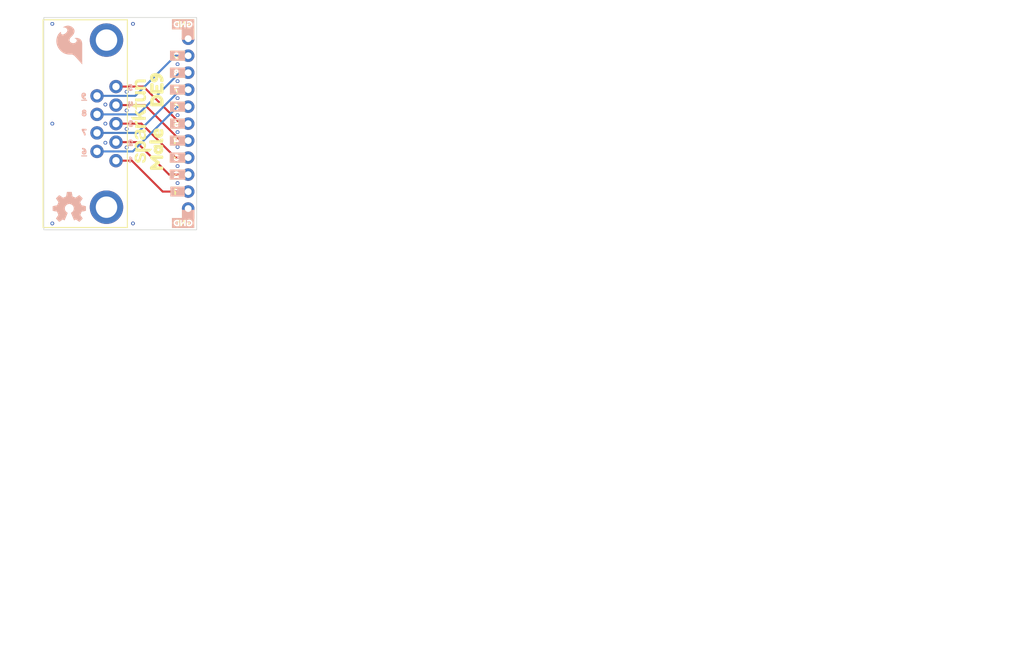
<source format=kicad_pcb>
(kicad_pcb (version 20241229) (generator "pcbnew") (generator_version "9.0")
  (title_block (title "SparkFun Product (Qwiic)") (rev "v10") (company "SparkFun") (comment 1 "Designed by: You"))
  (layers (0 "F.Cu" signal) (2 "B.Cu" signal) (13 "F.Paste" user) (15 "B.Paste" user) (5 "F.SilkS" user "F.Silkscreen") (7 "B.SilkS" user "B.Silkscreen") (1 "F.Mask" user) (3 "B.Mask" user) (25 "Edge.Cuts" user))
  (net 0 "")
  (net 1 "/2")
  (net 2 "/4")
  (net 3 "/1")
  (net 4 "/5")
  (net 5 "/6")
  (net 6 "/8")
  (net 7 "/3")
  (net 8 "/9")
  (net 9 "/7")
  (net 10 "GND")
  (footprint "kibuzzard-67DB37C8" (layer "F.Cu") (at 132.3975 112.395 90)
    (property "Reference" "kibuzzard-67DB37C8" (hide yes))
    (property "Value" "G***" (hide yes))
  )
  (footprint "SparkFun-Aesthetic:Creative_Commons_License" (layer "F.Cu") (at 215.265 168.91)
    (property "Reference" "G3" (hide yes))
    (property "Value" "OSHW_Logo" (hide yes))
  )
  (footprint "DE9-Footprint:DE9" (layer "F.Cu") (at 126.365 108.585 90)
    (property "Reference" "J5" (hide yes))
    (property "Value" "DE9-Male")
    (pad "1" thru_hole circle (at -5.539999 0 90) (size 2 2) (drill 1.09) (layers "*.Cu" "*.Mask") (net 3 "/1"))
    (pad "2" thru_hole circle (at -2.77 0 90) (size 2 2) (drill 1.09) (layers "*.Cu" "*.Mask") (net 1 "/2"))
    (pad "3" thru_hole circle (at 0 0 180) (size 2 2) (drill 1.09) (layers "*.Cu" "*.Mask") (net 7 "/3"))
    (pad "4" thru_hole circle (at 2.77 0 90) (size 2 2) (drill 1.09) (layers "*.Cu" "*.Mask") (net 2 "/4"))
    (pad "5" thru_hole circle (at 5.539999 0 180) (size 2 2) (drill 1.09) (layers "*.Cu" "*.Mask") (net 4 "/5"))
    (pad "6" thru_hole circle (at -4.154998 -2.839999 90) (size 2 2) (drill 1.09) (layers "*.Cu" "*.Mask") (net 5 "/6"))
    (pad "7" thru_hole circle (at -1.384998 -2.839999 90) (size 2 2) (drill 1.09) (layers "*.Cu" "*.Mask") (net 9 "/7"))
    (pad "8" thru_hole circle (at 1.385001 -2.839999 90) (size 2 2) (drill 1.09) (layers "*.Cu" "*.Mask") (net 6 "/8"))
    (pad "9" thru_hole circle (at 4.155001 -2.839999 90) (size 2 2) (drill 1.09) (layers "*.Cu" "*.Mask") (net 8 "/9"))
    (pad "10" thru_hole circle (at -12.495 -1.42 90) (size 5 5) (drill 3.2) (layers "*.Cu" "*.Mask"))
    (pad "11" thru_hole circle (at 12.495 -1.42 90) (size 5 5) (drill 3.2) (layers "*.Cu" "*.Mask"))
  )
  (footprint "SparkFun-Aesthetic:SparkFun_Logo_NoFlame_12.5mm" (layer "F.Cu") (at 129.921 108.585 90)
    (property "Reference" "G***" (hide yes))
    (property "Value" "LOGO" (hide yes))
  )
  (footprint "kibuzzard-67D496D5" (layer "F.Cu") (at 135.5725 108.585)
    (property "Reference" "kibuzzard-67D496D5" (hide yes))
    (property "Value" "G***" (hide yes))
  )
  (footprint "kibuzzard-67D496DD" (layer "F.Cu") (at 135.5725 106.045)
    (property "Reference" "kibuzzard-67D496DD" (hide yes))
    (property "Value" "G***" (hide yes))
  )
  (footprint "SparkFun-Connector:1x01" (layer "F.Cu") (at 137.16 95.885)
    (property "Reference" "J1")
    (property "Value" "Conn_01x01")
    (pad "1" thru_hole circle (at 0 0 90) (size 1.8796 1.8796) (drill 1.016) (layers "*.Cu" "*.Mask") (net 10 "GND"))
  )
  (footprint "kibuzzard-67D496E4" (layer "F.Cu") (at 135.5725 103.505)
    (property "Reference" "kibuzzard-67D496E4" (hide yes))
    (property "Value" "G***" (hide yes))
  )
  (footprint "kibuzzard-67D496C7" (layer "F.Cu") (at 135.5725 113.665)
    (property "Reference" "kibuzzard-67D496C7" (hide yes))
    (property "Value" "G***" (hide yes))
  )
  (footprint "kibuzzard-67D49838" (layer "F.Cu") (at 132.461 103.505 90)
    (property "Reference" "kibuzzard-67D49838" (hide yes))
    (property "Value" "G***" (hide yes))
  )
  (footprint "kibuzzard-67D496F6" (layer "F.Cu") (at 135.5725 98.425)
    (property "Reference" "kibuzzard-67D496F6" (hide yes))
    (property "Value" "G***" (hide yes))
  )
  (footprint "kibuzzard-67D49687" (layer "F.Cu") (at 135.5725 118.745)
    (property "Reference" "kibuzzard-67D49687" (hide yes))
    (property "Value" "G***" (hide yes))
  )
  (footprint "kibuzzard-67DDBC91" (layer "F.Cu") (at 136.398 123.444)
    (property "Reference" "kibuzzard-67DDBC91" (hide yes))
    (property "Value" "G***" (hide yes))
  )
  (footprint "SparkFun-Hardware:Standoff" (layer "F.Cu") (at 132.08 95.885)
    (property "Reference" "ST1")
    (property "Value" "Stand_off")
    (pad "" np_thru_hole circle (at 0 0) (size 3.1 3.1) (drill 3.1) (layers "*.Cu" "*.Mask"))
  )
  (footprint "kibuzzard-67D496B8" (layer "F.Cu") (at 135.5725 116.205)
    (property "Reference" "kibuzzard-67D496B8" (hide yes))
    (property "Value" "G***" (hide yes))
  )
  (footprint "kibuzzard-67D496CD" (layer "F.Cu") (at 135.5725 111.125)
    (property "Reference" "kibuzzard-67D496CD" (hide yes))
    (property "Value" "G***" (hide yes))
  )
  (footprint "SparkFun-Connector:1x01" (layer "F.Cu") (at 137.16 121.285)
    (property "Reference" "J4")
    (property "Value" "Conn_01x01")
    (pad "1" thru_hole circle (at 0 0 90) (size 1.8796 1.8796) (drill 1.016) (layers "*.Cu" "*.Mask") (net 10 "GND"))
  )
  (footprint "kibuzzard-67D496EA" (layer "F.Cu") (at 135.5725 100.965)
    (property "Reference" "kibuzzard-67D496EA" (hide yes))
    (property "Value" "G***" (hide yes))
  )
  (footprint "kibuzzard-67DDBC91" (layer "F.Cu") (at 136.398 93.726)
    (property "Reference" "kibuzzard-67DDBC91" (hide yes))
    (property "Value" "G***" (hide yes))
  )
  (footprint "SparkFun-Hardware:Standoff" (layer "F.Cu") (at 132.08 121.285)
    (property "Reference" "ST2")
    (property "Value" "Stand_off")
    (pad "" np_thru_hole circle (at 0 0) (size 3.1 3.1) (drill 3.1) (layers "*.Cu" "*.Mask"))
  )
  (footprint "kibuzzard-67DDA391" (layer "B.Cu") (at 135.5725 116.205 180)
    (property "Reference" "kibuzzard-67DDA391" (hide yes))
    (property "Value" "G***" (hide yes))
  )
  (footprint "kibuzzard-67DDBC91" (layer "B.Cu") (at 136.398 93.726 180)
    (property "Reference" "kibuzzard-67DDBC91" (hide yes))
    (property "Value" "G***" (hide yes))
  )
  (footprint "kibuzzard-67DDA3B8" (layer "B.Cu") (at 135.5725 103.505 180)
    (property "Reference" "kibuzzard-67DDA3B8" (hide yes))
    (property "Value" "G***" (hide yes))
  )
  (footprint "kibuzzard-67DDBDD7" (layer "B.Cu") (at 128.524 103.1875 180)
    (property "Reference" "kibuzzard-67DDBDD7" (hide yes))
    (property "Value" "G***" (hide yes))
  )
  (footprint "kibuzzard-67DDA3E0" (layer "B.Cu") (at 135.5725 98.425 180)
    (property "Reference" "kibuzzard-67DDA3E0" (hide yes))
    (property "Value" "G***" (hide yes))
  )
  (footprint "kibuzzard-67DDA3A2" (layer "B.Cu") (at 135.5725 111.125 180)
    (property "Reference" "kibuzzard-67DDA3A2" (hide yes))
    (property "Value" "G***" (hide yes))
  )
  (footprint "kibuzzard-67DDA3AA" (layer "B.Cu") (at 135.5725 108.585 180)
    (property "Reference" "kibuzzard-67DDA3AA" (hide yes))
    (property "Value" "G***" (hide yes))
  )
  (footprint "kibuzzard-67DDBDFC" (layer "B.Cu") (at 121.6025 112.7125)
    (property "Reference" "kibuzzard-67DDBDFC" (hide yes))
    (property "Value" "G***" (hide yes))
  )
  (footprint "kibuzzard-67DDBDF6" (layer "B.Cu") (at 121.6025 106.9975 180)
    (property "Reference" "kibuzzard-67DDBDF6" (hide yes))
    (property "Value" "G***" (hide yes))
  )
  (footprint "SparkFun-Aesthetic:SparkFun_Flame_6mm" (layer "B.Cu") (at 119.38 96.8375 180)
    (property "Reference" "G***" (hide yes))
    (property "Value" "Flame" (hide yes))
  )
  (footprint "kibuzzard-67DDA399" (layer "B.Cu") (at 135.5725 113.665 180)
    (property "Reference" "kibuzzard-67DDA399" (hide yes))
    (property "Value" "G***" (hide yes))
  )
  (footprint "kibuzzard-67DDBDB0" (layer "B.Cu") (at 128.524 111.4425 180)
    (property "Reference" "kibuzzard-67DDBDB0" (hide yes))
    (property "Value" "G***" (hide yes))
  )
  (footprint "kibuzzard-67DDBC91" (layer "B.Cu") (at 136.398 123.444 180)
    (property "Reference" "kibuzzard-67DDBC91" (hide yes))
    (property "Value" "G***" (hide yes))
  )
  (footprint "SparkFun-Aesthetic:OSHW_Logo_5mm" (layer "B.Cu") (at 119.38 121.285 180)
    (property "Reference" "Ref**" (hide yes))
    (property "Value" "Val**" (hide yes))
  )
  (footprint "kibuzzard-67DDA3D5" (layer "B.Cu") (at 135.5725 100.965 180)
    (property "Reference" "kibuzzard-67DDA3D5" (hide yes))
    (property "Value" "G***" (hide yes))
  )
  (footprint "kibuzzard-67DDBDCA" (layer "B.Cu") (at 128.5875 113.9825 180)
    (property "Reference" "kibuzzard-67DDBDCA" (hide yes))
    (property "Value" "G***" (hide yes))
  )
  (footprint "kibuzzard-67DDBDD2" (layer "B.Cu") (at 128.5875 105.7275 180)
    (property "Reference" "kibuzzard-67DDBDD2" (hide yes))
    (property "Value" "G***" (hide yes))
  )
  (footprint "kibuzzard-67F7FDBF" (layer "B.Cu") (at 135.5725 118.745 180)
    (property "Reference" "kibuzzard-67F7FDBF" (hide yes))
    (property "Value" "G***" (hide yes))
  )
  (footprint "SparkFun-Connector:1x09" (layer "B.Cu") (at 137.16 118.745 90)
    (property "Reference" "J2")
    (property "Value" "Conn_01x09")
    (pad "1" thru_hole circle (at 0 0) (size 1.8796 1.8796) (drill 1.016) (layers "*.Cu" "*.Mask") (net 3 "/1"))
    (pad "2" thru_hole circle (at 2.54 0) (size 1.8796 1.8796) (drill 1.016) (layers "*.Cu" "*.Mask") (net 1 "/2"))
    (pad "3" thru_hole circle (at 5.08 0) (size 1.8796 1.8796) (drill 1.016) (layers "*.Cu" "*.Mask") (net 7 "/3"))
    (pad "4" thru_hole circle (at 7.62 0) (size 1.8796 1.8796) (drill 1.016) (layers "*.Cu" "*.Mask") (net 2 "/4"))
    (pad "5" thru_hole circle (at 10.16 0) (size 1.8796 1.8796) (drill 1.016) (layers "*.Cu" "*.Mask") (net 4 "/5"))
    (pad "6" thru_hole circle (at 12.7 0) (size 1.8796 1.8796) (drill 1.016) (layers "*.Cu" "*.Mask") (net 5 "/6"))
    (pad "7" thru_hole circle (at 15.24 0) (size 1.8796 1.8796) (drill 1.016) (layers "*.Cu" "*.Mask") (net 9 "/7"))
    (pad "8" thru_hole circle (at 17.78 0) (size 1.8796 1.8796) (drill 1.016) (layers "*.Cu" "*.Mask") (net 6 "/8"))
    (pad "9" thru_hole circle (at 20.32 0) (size 1.8796 1.8796) (drill 1.016) (layers "*.Cu" "*.Mask") (net 8 "/9"))
  )
  (footprint "kibuzzard-67DDA3B0" (layer "B.Cu") (at 135.5725 106.045 180)
    (property "Reference" "kibuzzard-67DDA3B0" (hide yes))
    (property "Value" "G***" (hide yes))
  )
  (footprint "kibuzzard-67DDBDDC" (layer "B.Cu") (at 121.539 104.4575)
    (property "Reference" "kibuzzard-67DDBDDC" (hide yes))
    (property "Value" "G***" (hide yes))
  )
  (footprint "kibuzzard-67DDBDF0" (layer "B.Cu") (at 121.6025 109.855 180)
    (property "Reference" "kibuzzard-67DDBDF0" (hide yes))
    (property "Value" "G***" (hide yes))
  )
  (footprint "kibuzzard-67DDBDCE" (layer "B.Cu") (at 128.5875 108.585 180)
    (property "Reference" "kibuzzard-67DDBDCE" (hide yes))
    (property "Value" "G***" (hide yes))
  )
  (gr_rect (start 136.301863 121.573544) (end 138.018137 122.774456) (stroke (width 0.15)) (fill yes) (layer "F.SilkS"))
  (gr_rect (start 136.301863 94.395544) (end 138.018137 95.850456) (stroke (width 0.15)) (fill yes) (layer "F.SilkS"))
  (gr_line (start 121.9835 113.411) (end 121.2215 113.411) (stroke (width 0.15)) (layer "B.SilkS"))
  (gr_line (start 121.9835 105.0925) (end 121.2215 105.0925) (stroke (width 0.15)) (layer "B.SilkS"))
  (gr_rect (start 136.271 94.531688) (end 137.987274 95.9866) (stroke (width 0.15)) (fill yes) (layer "B.SilkS"))
  (gr_rect (start 136.301863 121.548144) (end 138.018137 122.749056) (stroke (width 0.15)) (fill yes) (layer "B.SilkS"))
  (gr_rect (start 115.57 92.71) (end 138.432 124.46) (stroke (width 0.1)) (fill no) (layer "Edge.Cuts"))
  (segment (start 129.4525 111.355) (end 134.3025 116.205) (width 0.3048) (layer "F.Cu") (net 1))
  (segment (start 126.365 111.355) (end 129.4525 111.355) (width 0.3048) (layer "F.Cu") (net 1))
  (segment (start 134.3025 116.205) (end 137.16 116.205) (width 0.3048) (layer "F.Cu") (net 1))
  (segment (start 130.704053 105.815) (end 136.014053 111.125) (width 0.3048) (layer "F.Cu") (net 2))
  (segment (start 126.365 105.815) (end 130.704053 105.815) (width 0.3048) (layer "F.Cu") (net 2))
  (segment (start 136.014053 111.125) (end 137.16 111.125) (width 0.3048) (layer "F.Cu") (net 2))
  (segment (start 128.729999 114.124999) (end 133.35 118.745) (width 0.3048) (layer "F.Cu") (net 3))
  (segment (start 133.35 118.745) (end 137.16 118.745) (width 0.3048) (layer "F.Cu") (net 3))
  (segment (start 126.365 114.124999) (end 128.729999 114.124999) (width 0.3048) (layer "F.Cu") (net 3))
  (segment (start 126.365 103.045001) (end 130.474054 103.045001) (width 0.3048) (layer "F.Cu") (net 4))
  (segment (start 136.014053 108.585) (end 137.16 108.585) (width 0.3048) (layer "F.Cu") (net 4))
  (segment (start 130.474054 103.045001) (end 136.014053 108.585) (width 0.3048) (layer "F.Cu") (net 4))
  (segment (start 123.525001 112.739998) (end 128.877502 112.739998) (width 0.3048) (layer "B.Cu") (net 5))
  (segment (start 135.5725 106.045) (end 137.16 106.045) (width 0.3048) (layer "B.Cu") (net 5))
  (segment (start 128.877502 112.739998) (end 135.5725 106.045) (width 0.3048) (layer "B.Cu") (net 5))
  (segment (start 129.655001 107.199999) (end 135.89 100.965) (width 0.3048) (layer "B.Cu") (net 6))
  (segment (start 123.525001 107.199999) (end 129.655001 107.199999) (width 0.3048) (layer "B.Cu") (net 6))
  (segment (start 135.89 100.965) (end 137.16 100.965) (width 0.3048) (layer "B.Cu") (net 6))
  (segment (start 135.255 113.665) (end 137.16 113.665) (width 0.3048) (layer "F.Cu") (net 7))
  (segment (start 130.175 108.585) (end 135.255 113.665) (width 0.3048) (layer "F.Cu") (net 7))
  (segment (start 126.365 108.585) (end 130.175 108.585) (width 0.3048) (layer "F.Cu") (net 7))
  (segment (start 123.525001 104.429999) (end 129.250001 104.429999) (width 0.3048) (layer "B.Cu") (net 8))
  (segment (start 135.255 98.425) (end 137.16 98.425) (width 0.3048) (layer "B.Cu") (net 8))
  (segment (start 129.250001 104.429999) (end 135.255 98.425) (width 0.3048) (layer "B.Cu") (net 8))
  (segment (start 129.549055 109.969998) (end 136.014053 103.505) (width 0.3048) (layer "B.Cu") (net 9))
  (segment (start 123.525001 109.969998) (end 129.549055 109.969998) (width 0.3048) (layer "B.Cu") (net 9))
  (segment (start 136.014053 103.505) (end 137.16 103.505) (width 0.3048) (layer "B.Cu") (net 9))
  (via (at 127.9525 109.385198) (size 0.56) (drill 0.3) (layers "F.Cu" "B.Cu") (net 10))
  (via (at 135.5725 104.775) (size 0.56) (drill 0.3) (layers "F.Cu" "B.Cu") (net 10))
  (via (at 116.84 123.5075) (size 0.56) (drill 0.3) (layers "F.Cu" "B.Cu") (net 10))
  (via (at 135.5725 117.475) (size 0.56) (drill 0.3) (layers "F.Cu" "B.Cu") (net 10))
  (via (at 116.84 93.6625) (size 0.56) (drill 0.3) (layers "F.Cu" "B.Cu") (net 10))
  (via (at 127.9525 103.8225) (size 0.56) (drill 0.3) (layers "F.Cu" "B.Cu") (net 10))
  (via (at 135.5725 102.235) (size 0.56) (drill 0.3) (layers "F.Cu" "B.Cu") (net 10))
  (via (at 124.7775 105.7275) (size 0.56) (drill 0.3) (layers "F.Cu" "B.Cu") (net 10))
  (via (at 135.5725 112.0775) (size 0.56) (drill 0.3) (layers "F.Cu" "B.Cu") (net 10))
  (via (at 116.84 108.585) (size 0.56) (drill 0.3) (layers "F.Cu" "B.Cu") (net 10))
  (via (at 128.905 93.6625) (size 0.56) (drill 0.3) (layers "F.Cu" "B.Cu") (net 10))
  (via (at 127.9525 112.155198) (size 0.56) (drill 0.3) (layers "F.Cu" "B.Cu") (net 10))
  (via (at 135.5725 99.695) (size 0.56) (drill 0.3) (layers "F.Cu" "B.Cu") (net 10))
  (via (at 135.5725 109.855) (size 0.56) (drill 0.3) (layers "F.Cu" "B.Cu") (net 10))
  (via (at 128.905 123.5075) (size 0.56) (drill 0.3) (layers "F.Cu" "B.Cu") (net 10))
  (via (at 124.7775 111.4425) (size 0.56) (drill 0.3) (layers "F.Cu" "B.Cu") (net 10))
  (via (at 135.5725 107.315) (size 0.56) (drill 0.3) (layers "F.Cu" "B.Cu") (net 10))
  (via (at 127.9525 106.615199) (size 0.56) (drill 0.3) (layers "F.Cu" "B.Cu") (net 10))
  (via (at 135.5725 114.935) (size 0.56) (drill 0.3) (layers "F.Cu" "B.Cu") (net 10))
  (via (at 124.7775 108.585) (size 0.56) (drill 0.3) (layers "F.Cu" "B.Cu") (net 10))
)
</source>
